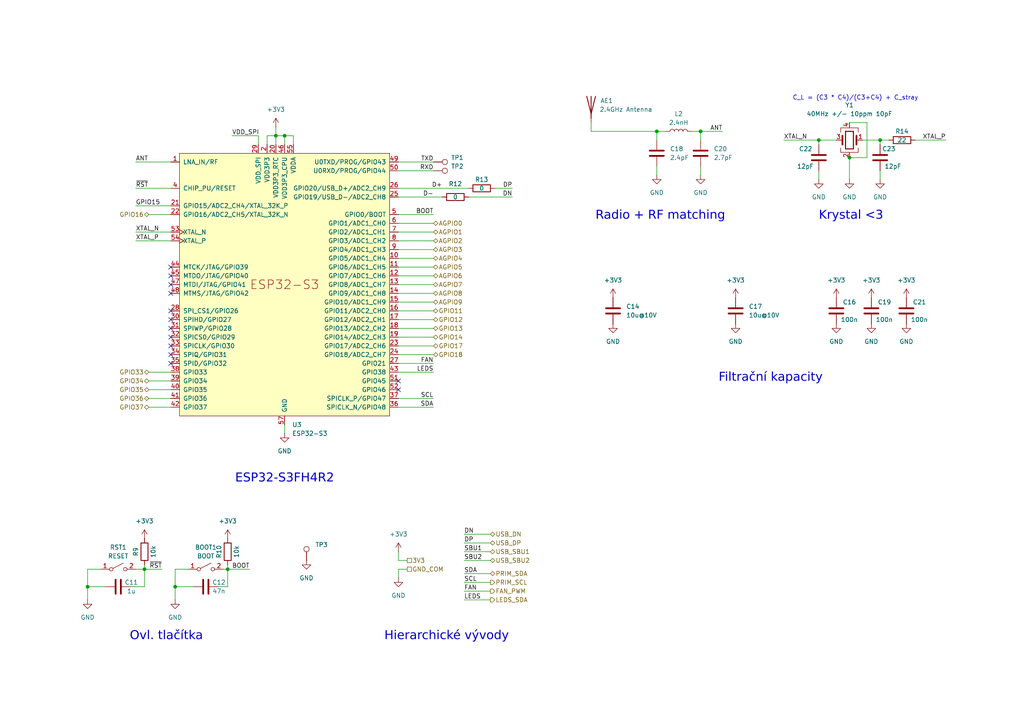
<source format=kicad_sch>
(kicad_sch (version 20250114) (generator "eeschema") (generator_version "9.0")
  (paper "A4")
  (title_block (title "PocKETlab") (date "2025-05-03") (rev "1.0.3") (company "TeaTech & KET FEL ZČU") (comment 1 "Licence: MIT") (comment 2 "Zapojení MCU a podpůrných obvodů") (comment 4 "Vyhotovil: Jiří Švihla"))
  (lib_symbols
    (symbol "Connector:TestPoint" (pin_numbers (hide yes)) (pin_names (offset 0.762) (hide yes))
      (property "Reference" "TP" (at 0 6.858 0))
      (property "Value" "TestPoint" (at 0 5.08 0))
      (symbol "TestPoint_0_1"
        (circle (center 0 3.302) (radius 0.762))
      )
      (symbol "TestPoint_1_1"
        (pin passive line (at 0 0 90) (length 2.54) (name "1") (number "1"))
      )
    )
    (symbol "Device:Antenna" (pin_numbers (hide yes)) (pin_names (offset 1.016) (hide yes))
      (property "Reference" "AE" (at -1.905 1.905 0))
      (property "Value" "Antenna" (at -1.905 0 0))
      (symbol "Antenna_0_1"
        (polyline (pts (xy 0 2.54) (xy 0 -3.81)) (stroke (width 0.254)))
        (polyline (pts (xy 1.27 2.54) (xy 0 -2.54) (xy -1.27 2.54)) (stroke (width 0.254)))
      )
      (symbol "Antenna_1_1"
        (pin input line (at 0 -5.08 90) (length 2.54) (name "A") (number "1"))
      )
    )
    (symbol "Device:C" (pin_numbers (hide yes)) (pin_names (offset 0.254))
      (property "Reference" "C" (at 0.635 2.54 0))
      (property "Value" "C" (at 0.635 -2.54 0))
      (symbol "C_0_1"
        (polyline (pts (xy -2.032 0.762) (xy 2.032 0.762)) (stroke (width 0.508)))
        (polyline (pts (xy -2.032 -0.762) (xy 2.032 -0.762)) (stroke (width 0.508)))
      )
      (symbol "C_1_1"
        (pin passive line (at 0 3.81 270) (length 2.794) (name "~") (number "1"))
        (pin passive line (at 0 -3.81 90) (length 2.794) (name "~") (number "2"))
      )
    )
    (symbol "Device:Crystal_GND24" (pin_names (offset 1.016) (hide yes))
      (property "Reference" "Y" (at 3.175 5.08 0))
      (property "Value" "Crystal_GND24" (at 3.175 3.175 0))
      (symbol "Crystal_GND24_0_1"
        (polyline (pts (xy -2.54 2.286) (xy -2.54 3.556) (xy 2.54 3.556) (xy 2.54 2.286)))
        (polyline (pts (xy -2.54 0) (xy -2.032 0)))
        (polyline (pts (xy -2.54 -2.286) (xy -2.54 -3.556) (xy 2.54 -3.556) (xy 2.54 -2.286)))
        (polyline (pts (xy -2.032 -1.27) (xy -2.032 1.27)) (stroke (width 0.508)))
        (rectangle (start -1.143 2.54) (end 1.143 -2.54) (stroke (width 0.3048)))
        (polyline (pts (xy 0 3.556) (xy 0 3.81)))
        (polyline (pts (xy 0 -3.81) (xy 0 -3.556)))
        (polyline (pts (xy 2.032 0) (xy 2.54 0)))
        (polyline (pts (xy 2.032 -1.27) (xy 2.032 1.27)) (stroke (width 0.508)))
      )
      (symbol "Crystal_GND24_1_1"
        (pin passive line (at -3.81 0 0) (length 1.27) (name "1") (number "1"))
        (pin passive line (at 0 5.08 270) (length 1.27) (name "2") (number "2"))
        (pin passive line (at 0 -5.08 90) (length 1.27) (name "4") (number "4"))
        (pin passive line (at 3.81 0 180) (length 1.27) (name "3") (number "3"))
      )
    )
    (symbol "Device:L" (pin_numbers (hide yes)) (pin_names (offset 1.016) (hide yes))
      (property "Reference" "L" (at -1.27 0 90))
      (property "Value" "L" (at 1.905 0 90))
      (symbol "L_0_1"
        (arc (start 0 2.54) (mid 0.6323 1.905) (end 0 1.27))
        (arc (start 0 1.27) (mid 0.6323 0.635) (end 0 0))
        (arc (start 0 0) (mid 0.6323 -0.635) (end 0 -1.27))
        (arc (start 0 -1.27) (mid 0.6323 -1.905) (end 0 -2.54))
      )
      (symbol "L_1_1"
        (pin passive line (at 0 3.81 270) (length 1.27) (name "1") (number "1"))
        (pin passive line (at 0 -3.81 90) (length 1.27) (name "2") (number "2"))
      )
    )
    (symbol "Device:R" (pin_numbers (hide yes)) (pin_names (offset 0))
      (property "Reference" "R" (at 2.032 0 90))
      (property "Value" "R" (at 0 0 90))
      (symbol "R_0_1"
        (rectangle (start -1.016 -2.54) (end 1.016 2.54) (stroke (width 0.254)))
      )
      (symbol "R_1_1"
        (pin passive line (at 0 3.81 270) (length 1.27) (name "~") (number "1"))
        (pin passive line (at 0 -3.81 90) (length 1.27) (name "~") (number "2"))
      )
    )
    (symbol "Espressif:ESP32-S3" (pin_names (offset 1.016))
      (property "Reference" "U" (at -30.48 43.18 0))
      (property "Value" "ESP32-S3" (at -30.48 40.64 0))
      (symbol "ESP32-S3_0_0"
        (text "ESP32-S3" (at 0 0 0) (effects (font (size 2.54 2.54))))
        (pin bidirectional line (at 33.02 -33.02 180) (length 2.54) (name "SPICLK_P/GPIO47") (number "37"))
        (pin bidirectional line (at 33.02 -35.56 180) (length 2.54) (name "SPICLK_N/GPIO48") (number "36"))
      )
      (symbol "ESP32-S3_0_1"
        (rectangle (start -30.48 38.1) (end 30.48 -38.1) (fill (type background)))
      )
      (symbol "ESP32-S3_1_1"
        (pin bidirectional line (at -33.02 35.56 0) (length 2.54) (name "LNA_IN/RF") (number "1"))
        (pin input line (at -33.02 27.94 0) (length 2.54) (name "CHIP_PU/RESET") (number "4"))
        (pin bidirectional line (at -33.02 22.86 0) (length 2.54) (name "GPIO15/ADC2_CH4/XTAL_32K_P") (number "21"))
        (pin bidirectional line (at -33.02 20.32 0) (length 2.54) (name "GPIO16/ADC2_CH5/XTAL_32K_N") (number "22"))
        (pin input clock (at -33.02 15.24 0) (length 2.54) (name "XTAL_N") (number "53"))
        (pin output clock (at -33.02 12.7 0) (length 2.54) (name "XTAL_P") (number "54"))
        (pin bidirectional line (at -33.02 5.08 0) (length 2.54) (name "MTCK/JTAG/GPIO39") (number "44"))
        (pin bidirectional line (at -33.02 2.54 0) (length 2.54) (name "MTDO/JTAG/GPIO40") (number "45"))
        (pin bidirectional line (at -33.02 0 0) (length 2.54) (name "MTDI/JTAG/GPIO41") (number "47"))
        (pin bidirectional line (at -33.02 -2.54 0) (length 2.54) (name "MTMS/JTAG/GPIO42") (number "48"))
        (pin bidirectional line (at -33.02 -7.62 0) (length 2.54) (name "SPI_CS1/GPIO26") (number "28"))
        (pin bidirectional line (at -33.02 -10.16 0) (length 2.54) (name "SPIHD/GPIO27") (number "30"))
        (pin bidirectional line (at -33.02 -12.7 0) (length 2.54) (name "SPIWP/GPIO28") (number "31"))
        (pin bidirectional line (at -33.02 -15.24 0) (length 2.54) (name "SPICS0/GPIO29") (number "32"))
        (pin bidirectional line (at -33.02 -17.78 0) (length 2.54) (name "SPICLK/GPIO30") (number "33"))
        (pin bidirectional line (at -33.02 -20.32 0) (length 2.54) (name "SPIQ/GPIO31") (number "34"))
        (pin bidirectional line (at -33.02 -22.86 0) (length 2.54) (name "SPID/GPIO32") (number "35"))
        (pin bidirectional line (at -33.02 -25.4 0) (length 2.54) (name "GPIO33") (number "38"))
        (pin bidirectional line (at -33.02 -27.94 0) (length 2.54) (name "GPIO34") (number "39"))
        (pin bidirectional line (at -33.02 -30.48 0) (length 2.54) (name "GPIO35") (number "40"))
        (pin bidirectional line (at -33.02 -33.02 0) (length 2.54) (name "GPIO36") (number "41"))
        (pin bidirectional line (at -33.02 -35.56 0) (length 2.54) (name "GPIO37") (number "42"))
        (pin power_out line (at -7.62 40.64 270) (length 2.54) (name "VDD_SPI") (number "29"))
        (pin power_in line (at -5.08 40.64 270) (length 2.54) (name "VDD3P3") (number "2"))
        (pin power_in line (at -5.08 40.64 270) (length 2.54) (hide yes) (name "VDD3P3") (number "3"))
        (pin power_in line (at -2.54 40.64 270) (length 2.54) (name "VDD3P3_RTC") (number "20"))
        (pin power_in line (at 0 40.64 270) (length 2.54) (name "VDD3P3_CPU") (number "46"))
        (pin power_in line (at 0 -40.64 90) (length 2.54) (name "GND") (number "57"))
        (pin power_in line (at 2.54 40.64 270) (length 2.54) (name "VDDA") (number "55"))
        (pin passive line (at 2.54 40.64 270) (length 2.54) (hide yes) (name "VDDA") (number "56"))
        (pin bidirectional line (at 33.02 35.56 180) (length 2.54) (name "U0TXD/PROG/GPIO43") (number "49"))
        (pin bidirectional line (at 33.02 33.02 180) (length 2.54) (name "U0RXD/PROG/GPIO44") (number "50"))
        (pin bidirectional line (at 33.02 27.94 180) (length 2.54) (name "GPIO20/USB_D+/ADC2_CH9") (number "26"))
        (pin bidirectional line (at 33.02 25.4 180) (length 2.54) (name "GPIO19/USB_D-/ADC2_CH8") (number "25"))
        (pin bidirectional line (at 33.02 20.32 180) (length 2.54) (name "GPIO0/BOOT") (number "5"))
        (pin bidirectional line (at 33.02 17.78 180) (length 2.54) (name "GPIO1/ADC1_CH0") (number "6"))
        (pin bidirectional line (at 33.02 15.24 180) (length 2.54) (name "GPIO2/ADC1_CH1") (number "7"))
        (pin bidirectional line (at 33.02 12.7 180) (length 2.54) (name "GPIO3/ADC1_CH2") (number "8"))
        (pin bidirectional line (at 33.02 10.16 180) (length 2.54) (name "GPIO4/ADC1_CH3") (number "9"))
        (pin bidirectional line (at 33.02 7.62 180) (length 2.54) (name "GPIO5/ADC1_CH4") (number "10"))
        (pin bidirectional line (at 33.02 5.08 180) (length 2.54) (name "GPIO6/ADC1_CH5") (number "11"))
        (pin bidirectional line (at 33.02 2.54 180) (length 2.54) (name "GPIO7/ADC1_CH6") (number "12"))
        (pin bidirectional line (at 33.02 0 180) (length 2.54) (name "GPIO8/ADC1_CH7") (number "13"))
        (pin bidirectional line (at 33.02 -2.54 180) (length 2.54) (name "GPIO9/ADC1_CH8") (number "14"))
        (pin bidirectional line (at 33.02 -5.08 180) (length 2.54) (name "GPIO10/ADC1_CH9") (number "15"))
        (pin bidirectional line (at 33.02 -7.62 180) (length 2.54) (name "GPIO11/ADC2_CH0") (number "16"))
        (pin bidirectional line (at 33.02 -10.16 180) (length 2.54) (name "GPIO12/ADC2_CH1") (number "17"))
        (pin bidirectional line (at 33.02 -12.7 180) (length 2.54) (name "GPIO13/ADC2_CH2") (number "18"))
        (pin bidirectional line (at 33.02 -15.24 180) (length 2.54) (name "GPIO14/ADC2_CH3") (number "19"))
        (pin bidirectional line (at 33.02 -17.78 180) (length 2.54) (name "GPIO17/ADC2_CH6") (number "23"))
        (pin bidirectional line (at 33.02 -20.32 180) (length 2.54) (name "GPIO18/ADC2_CH7") (number "24"))
        (pin bidirectional line (at 33.02 -22.86 180) (length 2.54) (name "GPIO21") (number "27"))
        (pin bidirectional line (at 33.02 -25.4 180) (length 2.54) (name "GPIO38") (number "43"))
        (pin bidirectional line (at 33.02 -27.94 180) (length 2.54) (name "GPIO45") (number "51"))
        (pin bidirectional line (at 33.02 -30.48 180) (length 2.54) (name "GPIO46") (number "52"))
      )
    )
    (symbol "Switch:SW_SPST" (pin_names (offset 0) (hide yes))
      (property "Reference" "SW" (at 0 3.175 0))
      (property "Value" "SW_SPST" (at 0 -2.54 0))
      (symbol "SW_SPST_0_0"
        (circle (center -2.032 0) (radius 0.508))
        (polyline (pts (xy -1.524 0.254) (xy 1.524 1.778)))
        (circle (center 2.032 0) (radius 0.508))
      )
      (symbol "SW_SPST_1_1"
        (pin passive line (at -5.08 0 0) (length 2.54) (name "A") (number "1"))
        (pin passive line (at 5.08 0 180) (length 2.54) (name "B") (number "2"))
      )
    )
    (symbol "power:+3V3" (power) (pin_numbers (hide yes)) (pin_names (offset 0) (hide yes))
      (property "Value" "+3V3" (at 0 3.556 0))
      (symbol "+3V3_0_1"
        (polyline (pts (xy -0.762 1.27) (xy 0 2.54)))
        (polyline (pts (xy 0 2.54) (xy 0.762 1.27)))
        (polyline (pts (xy 0 0) (xy 0 2.54)))
      )
      (symbol "+3V3_1_1"
        (pin power_in line (at 0 0 90) (length 0) (name "~") (number "1"))
      )
    )
    (symbol "power:GND" (power) (pin_numbers (hide yes)) (pin_names (offset 0) (hide yes))
      (property "Value" "GND" (at 0 -3.81 0))
      (symbol "GND_0_1"
        (polyline (pts (xy 0 0) (xy 0 -1.27) (xy 1.27 -1.27) (xy 0 -2.54) (xy -1.27 -1.27) (xy 0 -1.27)))
      )
      (symbol "GND_1_1"
        (pin power_in line (at 0 0 270) (length 0) (name "~") (number "1"))
      )
    )
  )
  (text "ESP32-S3FH4R2" (at 82.55 140.97 0) (effects (font (size 2.54 2.54)) (justify bottom)))
  (text "Ovl. tlačítka" (at 48.26 186.69 0) (effects (font (size 2.54 2.54)) (justify bottom)))
  (text "Krystal <3" (at 237.49 64.77 0) (effects (font (size 2.54 2.54)) (justify left bottom)))
  (text "Hierarchické vývody" (at 129.54 186.69 0) (effects (font (size 2.54 2.54)) (justify bottom)))
  (text "Filtrační kapacity" (at 223.52 111.76 0) (effects (font (size 2.54 2.54)) (justify bottom)))
  (text "Radio + RF matching" (at 172.72 64.77 0) (effects (font (size 2.54 2.54)) (justify left bottom)))
  (text "C_L = (C3 * C4)/(C3+C4) + C_stray" (at 229.87 29.21 0) (effects (font (size 1.27 1.27)) (justify left bottom)))
  (junction (at 237.49 40.64))
  (junction (at 246.38 45.72))
  (junction (at 203.2 38.1))
  (junction (at 82.55 39.37))
  (junction (at 50.8 170.18))
  (junction (at 255.27 40.64))
  (junction (at 41.91 165.1))
  (junction (at 66.04 165.1))
  (junction (at 80.01 39.37))
  (junction (at 25.4 170.18))
  (junction (at 190.5 38.1))
  (no_connect (at 49.53 90.17))
  (no_connect (at 49.53 77.47))
  (no_connect (at 49.53 95.25))
  (no_connect (at 49.53 100.33))
  (no_connect (at 49.53 105.41))
  (no_connect (at 49.53 97.79))
  (no_connect (at 49.53 85.09))
  (no_connect (at 49.53 82.55))
  (no_connect (at 49.53 80.01))
  (no_connect (at 115.57 113.03))
  (no_connect (at 115.57 110.49))
  (no_connect (at 49.53 92.71))
  (no_connect (at 49.53 102.87))
  (wire (pts (xy 134.62 160.02) (xy 142.24 160.02)))
  (wire (pts (xy 115.57 165.1) (xy 118.11 165.1)))
  (wire (pts (xy 115.57 87.63) (xy 125.73 87.63)))
  (wire (pts (xy 39.37 46.99) (xy 49.53 46.99)))
  (wire (pts (xy 25.4 165.1) (xy 25.4 170.18)))
  (wire (pts (xy 115.57 85.09) (xy 125.73 85.09)))
  (wire (pts (xy 115.57 74.93) (xy 125.73 74.93)))
  (wire (pts (xy 66.04 170.18) (xy 66.04 165.1)))
  (wire (pts (xy 115.57 67.31) (xy 125.73 67.31)))
  (wire (pts (xy 50.8 165.1) (xy 50.8 170.18)))
  (wire (pts (xy 43.18 62.23) (xy 49.53 62.23)))
  (wire (pts (xy 115.57 160.02) (xy 115.57 162.56)))
  (wire (pts (xy 115.57 118.11) (xy 125.73 118.11)))
  (wire (pts (xy 39.37 67.31) (xy 49.53 67.31)))
  (wire (pts (xy 25.4 170.18) (xy 30.48 170.18)))
  (wire (pts (xy 190.5 38.1) (xy 193.04 38.1)))
  (wire (pts (xy 64.77 165.1) (xy 66.04 165.1)))
  (wire (pts (xy 265.43 40.64) (xy 274.32 40.64)))
  (wire (pts (xy 66.04 165.1) (xy 72.39 165.1)))
  (wire (pts (xy 255.27 40.64) (xy 257.81 40.64)))
  (wire (pts (xy 134.62 154.94) (xy 142.24 154.94)))
  (wire (pts (xy 39.37 165.1) (xy 41.91 165.1)))
  (wire (pts (xy 50.8 170.18) (xy 55.88 170.18)))
  (wire (pts (xy 115.57 105.41) (xy 125.73 105.41)))
  (wire (pts (xy 50.8 170.18) (xy 50.8 173.99)))
  (wire (pts (xy 246.38 35.56) (xy 251.46 35.56)))
  (wire (pts (xy 171.45 38.1) (xy 190.5 38.1)))
  (wire (pts (xy 39.37 69.85) (xy 49.53 69.85)))
  (wire (pts (xy 190.5 48.26) (xy 190.5 50.8)))
  (wire (pts (xy 67.31 39.37) (xy 74.93 39.37)))
  (wire (pts (xy 25.4 170.18) (xy 25.4 173.99)))
  (wire (pts (xy 39.37 54.61) (xy 49.53 54.61)))
  (wire (pts (xy 134.62 173.99) (xy 142.24 173.99)))
  (wire (pts (xy 115.57 115.57) (xy 125.73 115.57)))
  (wire (pts (xy 115.57 102.87) (xy 125.73 102.87)))
  (wire (pts (xy 237.49 40.64) (xy 242.57 40.64)))
  (wire (pts (xy 115.57 62.23) (xy 125.73 62.23)))
  (wire (pts (xy 135.89 57.15) (xy 148.59 57.15)))
  (wire (pts (xy 77.47 39.37) (xy 77.47 41.91)))
  (wire (pts (xy 82.55 123.19) (xy 82.55 125.73)))
  (wire (pts (xy 134.62 157.48) (xy 142.24 157.48)))
  (wire (pts (xy 200.66 38.1) (xy 203.2 38.1)))
  (wire (pts (xy 115.57 82.55) (xy 125.73 82.55)))
  (wire (pts (xy 143.51 54.61) (xy 148.59 54.61)))
  (wire (pts (xy 115.57 64.77) (xy 125.73 64.77)))
  (wire (pts (xy 115.57 95.25) (xy 125.73 95.25)))
  (wire (pts (xy 203.2 38.1) (xy 203.2 40.64)))
  (wire (pts (xy 80.01 39.37) (xy 77.47 39.37)))
  (wire (pts (xy 41.91 165.1) (xy 41.91 170.18)))
  (wire (pts (xy 63.5 170.18) (xy 66.04 170.18)))
  (wire (pts (xy 115.57 107.95) (xy 125.73 107.95)))
  (wire (pts (xy 115.57 90.17) (xy 125.73 90.17)))
  (wire (pts (xy 43.18 113.03) (xy 49.53 113.03)))
  (wire (pts (xy 115.57 46.99) (xy 125.73 46.99)))
  (wire (pts (xy 85.09 41.91) (xy 85.09 39.37)))
  (wire (pts (xy 74.93 41.91) (xy 74.93 39.37)))
  (wire (pts (xy 203.2 38.1) (xy 209.55 38.1)))
  (wire (pts (xy 203.2 48.26) (xy 203.2 50.8)))
  (wire (pts (xy 227.33 40.64) (xy 237.49 40.64)))
  (wire (pts (xy 29.21 165.1) (xy 25.4 165.1)))
  (wire (pts (xy 237.49 40.64) (xy 237.49 41.91)))
  (wire (pts (xy 115.57 162.56) (xy 118.11 162.56)))
  (wire (pts (xy 246.38 45.72) (xy 246.38 52.07)))
  (wire (pts (xy 82.55 39.37) (xy 82.55 41.91)))
  (wire (pts (xy 38.1 170.18) (xy 41.91 170.18)))
  (wire (pts (xy 43.18 115.57) (xy 49.53 115.57)))
  (wire (pts (xy 115.57 92.71) (xy 125.73 92.71)))
  (wire (pts (xy 54.61 165.1) (xy 50.8 165.1)))
  (wire (pts (xy 43.18 118.11) (xy 49.53 118.11)))
  (wire (pts (xy 115.57 57.15) (xy 128.27 57.15)))
  (wire (pts (xy 134.62 168.91) (xy 142.24 168.91)))
  (wire (pts (xy 41.91 163.83) (xy 41.91 165.1)))
  (wire (pts (xy 250.19 40.64) (xy 255.27 40.64)))
  (wire (pts (xy 66.04 163.83) (xy 66.04 165.1)))
  (wire (pts (xy 115.57 72.39) (xy 125.73 72.39)))
  (wire (pts (xy 80.01 41.91) (xy 80.01 39.37)))
  (wire (pts (xy 115.57 77.47) (xy 125.73 77.47)))
  (wire (pts (xy 85.09 39.37) (xy 82.55 39.37)))
  (wire (pts (xy 237.49 49.53) (xy 237.49 52.07)))
  (wire (pts (xy 171.45 38.1) (xy 171.45 35.56)))
  (wire (pts (xy 80.01 36.83) (xy 80.01 39.37)))
  (wire (pts (xy 115.57 54.61) (xy 135.89 54.61)))
  (wire (pts (xy 115.57 97.79) (xy 125.73 97.79)))
  (wire (pts (xy 251.46 45.72) (xy 246.38 45.72)))
  (wire (pts (xy 115.57 100.33) (xy 125.73 100.33)))
  (wire (pts (xy 39.37 59.69) (xy 49.53 59.69)))
  (wire (pts (xy 134.62 166.37) (xy 142.24 166.37)))
  (wire (pts (xy 115.57 80.01) (xy 125.73 80.01)))
  (wire (pts (xy 115.57 167.64) (xy 115.57 165.1)))
  (wire (pts (xy 251.46 35.56) (xy 251.46 45.72)))
  (wire (pts (xy 41.91 165.1) (xy 46.99 165.1)))
  (wire (pts (xy 190.5 40.64) (xy 190.5 38.1)))
  (wire (pts (xy 80.01 39.37) (xy 82.55 39.37)))
  (wire (pts (xy 115.57 69.85) (xy 125.73 69.85)))
  (wire (pts (xy 134.62 171.45) (xy 142.24 171.45)))
  (wire (pts (xy 115.57 49.53) (xy 125.73 49.53)))
  (wire (pts (xy 134.62 162.56) (xy 142.24 162.56)))
  (wire (pts (xy 255.27 49.53) (xy 255.27 52.07)))
  (wire (pts (xy 43.18 110.49) (xy 49.53 110.49)))
  (wire (pts (xy 43.18 107.95) (xy 49.53 107.95)))
  (wire (pts (xy 255.27 40.64) (xy 255.27 41.91)))
  (label "D+" (at 128.27 54.61 180))
  (label "SBU1" (at 134.62 160.02 0))
  (label "XTAL_P" (at 39.37 69.85 0))
  (label "XTAL_P" (at 274.32 40.64 180))
  (label "SDA" (at 125.73 118.11 180))
  (label "SCL" (at 125.73 115.57 180))
  (label "SDA" (at 134.62 166.37 0))
  (label "LEDS" (at 125.73 107.95 180))
  (label "FAN" (at 125.73 105.41 180))
  (label "DP" (at 134.62 157.48 0))
  (label "GPIO15" (at 39.37 59.69 0))
  (label "TXD" (at 125.73 46.99 180))
  (label "BOOT" (at 72.39 165.1 180))
  (label "~{RST}" (at 46.99 165.1 180))
  (label "FAN" (at 134.62 171.45 0))
  (label "SCL" (at 134.62 168.91 0))
  (label "DN" (at 148.59 57.15 180))
  (label "VDD_SPI" (at 67.31 39.37 0))
  (label "XTAL_N" (at 39.37 67.31 0))
  (label "RXD" (at 125.73 49.53 180))
  (label "ANT" (at 209.55 38.1 180))
  (label "D-" (at 125.73 57.15 180))
  (label "SBU2" (at 134.62 162.56 0))
  (label "DN" (at 134.62 154.94 0))
  (label "XTAL_N" (at 227.33 40.64 0))
  (label "ANT" (at 39.37 46.99 0))
  (label "BOOT" (at 125.73 62.23 180))
  (label "DP" (at 148.59 54.61 180))
  (label "LEDS" (at 134.62 173.99 0))
  (label "~{RST}" (at 39.37 54.61 0))
  (hierarchical_label "PRIM_SCL" (shape output) (at 142.24 168.91 0))
  (hierarchical_label "AGPIO7" (shape tri_state) (at 125.73 82.55 0))
  (hierarchical_label "GPIO35" (shape tri_state) (at 43.18 113.03 180))
  (hierarchical_label "AGPIO0" (shape tri_state) (at 125.73 64.77 0))
  (hierarchical_label "GPIO11" (shape tri_state) (at 125.73 90.17 0))
  (hierarchical_label "USB_SBU1" (shape bidirectional) (at 142.24 160.02 0))
  (hierarchical_label "AGPIO3" (shape tri_state) (at 125.73 72.39 0))
  (hierarchical_label "AGPIO6" (shape tri_state) (at 125.73 80.01 0))
  (hierarchical_label "USB_DN" (shape bidirectional) (at 142.24 154.94 0))
  (hierarchical_label "AGPIO9" (shape tri_state) (at 125.73 87.63 0))
  (hierarchical_label "3V3" (shape passive) (at 118.11 162.56 0))
  (hierarchical_label "AGPIO1" (shape tri_state) (at 125.73 67.31 0))
  (hierarchical_label "GPIO33" (shape tri_state) (at 43.18 107.95 180))
  (hierarchical_label "GPIO17" (shape tri_state) (at 125.73 100.33 0))
  (hierarchical_label "GPIO18" (shape tri_state) (at 125.73 102.87 0))
  (hierarchical_label "GPIO13" (shape tri_state) (at 125.73 95.25 0))
  (hierarchical_label "GPIO16" (shape tri_state) (at 43.18 62.23 180))
  (hierarchical_label "GPIO12" (shape tri_state) (at 125.73 92.71 0))
  (hierarchical_label "GPIO34" (shape tri_state) (at 43.18 110.49 180))
  (hierarchical_label "AGPIO5" (shape tri_state) (at 125.73 77.47 0))
  (hierarchical_label "GPIO37" (shape tri_state) (at 43.18 118.11 180))
  (hierarchical_label "GND_COM" (shape passive) (at 118.11 165.1 0))
  (hierarchical_label "LEDS_SDA" (shape output) (at 142.24 173.99 0))
  (hierarchical_label "AGPIO2" (shape tri_state) (at 125.73 69.85 0))
  (hierarchical_label "FAN_PWM" (shape output) (at 142.24 171.45 0))
  (hierarchical_label "AGPIO8" (shape tri_state) (at 125.73 85.09 0))
  (hierarchical_label "USB_SBU2" (shape bidirectional) (at 142.24 162.56 0))
  (hierarchical_label "GPIO36" (shape tri_state) (at 43.18 115.57 180))
  (hierarchical_label "PRIM_SDA" (shape bidirectional) (at 142.24 166.37 0))
  (hierarchical_label "AGPIO4" (shape tri_state) (at 125.73 74.93 0))
  (hierarchical_label "GPIO14" (shape tri_state) (at 125.73 97.79 0))
  (hierarchical_label "USB_DP" (shape bidirectional) (at 142.24 157.48 0))
  (symbol (lib_id "power:+3V3") (at 66.04 156.21 0) (unit 1)
    (property "Reference" "#PWR054" (effects (hide yes)))
    (property "Value" "+3V3" (at 66.04 151.13 0))
  )
  (symbol (lib_id "power:GND") (at 25.4 173.99 0) (unit 1)
    (property "Reference" "#PWR049" (effects (hide yes)))
    (property "Value" "GND" (at 25.4 179.07 0))
  )
  (symbol (lib_id "Switch:SW_SPST") (at 59.69 165.1 0) (unit 1)
    (property "Reference" "BOOT1" (at 59.69 158.75 0))
    (property "Value" "BOOT" (at 59.69 161.29 0))
    (property "Footprint" "Button_Switch_SMD:SW_Push_1P1T_NO_CK_KMR2" (effects (hide yes)))
    (property "Description" "Single Pole Single Throw (SPST) switch" (effects (hide yes)))
    (property "Type" "Extended" (effects (hide yes)))
    (property "LCSC Part" "C72443" (effects (hide yes)))
  )
  (symbol (lib_id "Device:C") (at 203.2 44.45 0) (unit 1)
    (property "Reference" "C20" (at 207.01 43.18 0) (effects (justify left)))
    (property "Value" "2.7pF" (at 207.01 45.72 0) (effects (justify left)))
    (property "Footprint" "Capacitor_SMD:C_0402_1005Metric" (effects (hide yes)))
    (property "LCSC Part" "C277484" (effects (hide yes)))
  )
  (symbol (lib_id "power:GND") (at 190.5 50.8 0) (unit 1)
    (property "Reference" "#PWR065" (effects (hide yes)))
    (property "Value" "GND" (at 190.5 55.88 0))
  )
  (symbol (lib_id "Connector:TestPoint") (at 125.73 49.53 270) (unit 1)
    (property "Reference" "TP2" (at 130.81 48.2599 90) (effects (justify left)))
    (property "Value" "TestPoint" (effects (hide yes)))
    (property "Footprint" "TestPoint:TestPoint_Pad_D1.5mm" (effects (hide yes)))
    (property "Description" "test point" (effects (hide yes)))
  )
  (symbol (lib_id "power:GND") (at 203.2 50.8 0) (unit 1)
    (property "Reference" "#PWR068" (effects (hide yes)))
    (property "Value" "GND" (at 203.2 55.88 0))
  )
  (symbol (lib_id "Device:Antenna") (at 171.45 30.48 0) (mirror y) (unit 1)
    (property "Reference" "AE1" (at 177.8 29.21 0) (effects (justify left)))
    (property "Value" "2.4GHz Antenna" (at 189.23 31.75 0) (effects (justify left)))
    (property "Footprint" "RF_Antenna:Johanson_2450AT18x100" (effects (hide yes)))
    (property "Datasheet" "https://datasheet.lcsc.com/lcsc/1810010413_Johanson-Dielectrics-2450AT18A100E_C89334.pdf" (effects (hide yes)))
    (property "LCSC Part" "C89334" (effects (hide yes)))
  )
  (symbol (lib_id "Device:C") (at 59.69 170.18 270) (unit 1)
    (property "Reference" "C12" (at 63.5 168.91 90))
    (property "Value" "47n" (at 63.5 171.45 90))
    (property "Footprint" "Capacitor_SMD:C_0603_1608Metric" (effects (hide yes)))
    (property "Type" "Basic" (effects (hide yes)))
    (property "LCSC Part" "C1622" (effects (hide yes)))
  )
  (symbol (lib_id "power:GND") (at 237.49 52.07 0) (unit 1)
    (property "Reference" "#PWR071" (effects (hide yes)))
    (property "Value" "GND" (at 237.49 57.15 0))
  )
  (symbol (lib_id "power:GND") (at 50.8 173.99 0) (unit 1)
    (property "Reference" "#PWR051" (effects (hide yes)))
    (property "Value" "GND" (at 50.8 179.07 0))
  )
  (symbol (lib_id "Device:R") (at 41.91 160.02 180) (unit 1)
    (property "Reference" "R9" (at 39.37 160.02 90))
    (property "Value" "10k" (at 44.45 160.02 90))
    (property "Footprint" "Resistor_SMD:R_0603_1608Metric" (effects (hide yes)))
    (property "Type" "Basic" (effects (hide yes)))
    (property "LCSC Part" "C25804" (effects (hide yes)))
  )
  (symbol (lib_id "Device:C") (at 242.57 90.17 0) (unit 1)
    (property "Reference" "C16" (at 246.38 87.63 0))
    (property "Value" "100n" (at 243.84 92.71 0) (effects (justify left)))
    (property "Footprint" "Capacitor_SMD:C_0603_1608Metric" (effects (hide yes)))
    (property "Description" "Unpolarized capacitor" (effects (hide yes)))
    (property "LCSC Part" "C14663" (effects (hide yes)))
  )
  (symbol (lib_id "power:+3V3") (at 262.89 86.36 0) (unit 1)
    (property "Reference" "#PWR069" (effects (hide yes)))
    (property "Value" "+3V3" (at 262.89 81.28 0))
    (property "Description" "Power symbol creates a global label with name \"+3V3\"" (effects (hide yes)))
  )
  (symbol (lib_id "Device:C") (at 255.27 45.72 0) (unit 1)
    (property "Reference" "C23" (at 257.81 43.18 0))
    (property "Value" "12pF" (at 256.54 48.26 0) (effects (justify left)))
    (property "Footprint" "Capacitor_SMD:C_0402_1005Metric" (effects (hide yes)))
    (property "Datasheet" "https://datasheet.lcsc.com/lcsc/2304140030_FH--Guangdong-Fenghua-Advanced-Tech-0402CG120J500NT_C1547.pdf" (effects (hide yes)))
    (property "LCSC Part" "C1547" (effects (hide yes)))
  )
  (symbol (lib_id "Device:R") (at 261.62 40.64 90) (unit 1)
    (property "Reference" "R14" (at 261.62 38.1 90))
    (property "Value" "22" (at 261.62 40.64 90))
    (property "Footprint" "Resistor_SMD:R_0402_1005Metric" (effects (hide yes)))
    (property "Datasheet" "https://datasheet.lcsc.com/lcsc/2205311900_UNI-ROYAL-Uniroyal-Elec-0402WGF220JTCE_C25092.pdf" (effects (hide yes)))
    (property "LCSC Part" "C25092" (effects (hide yes)))
  )
  (symbol (lib_id "Device:C") (at 237.49 45.72 0) (unit 1)
    (property "Reference" "C22" (at 233.68 43.18 0))
    (property "Value" "12pF" (at 231.14 48.26 0) (effects (justify left)))
    (property "Footprint" "Capacitor_SMD:C_0402_1005Metric" (effects (hide yes)))
    (property "Datasheet" "https://datasheet.lcsc.com/lcsc/2304140030_FH--Guangdong-Fenghua-Advanced-Tech-0402CG120J500NT_C1547.pdf" (effects (hide yes)))
    (property "LCSC Part" "C1547" (effects (hide yes)))
  )
  (symbol (lib_id "power:+3V3") (at 242.57 86.36 0) (unit 1)
    (property "Reference" "#PWR061" (effects (hide yes)))
    (property "Value" "+3V3" (at 242.57 81.28 0))
    (property "Description" "Power symbol creates a global label with name \"+3V3\"" (effects (hide yes)))
  )
  (symbol (lib_id "power:+3V3") (at 252.73 86.36 0) (unit 1)
    (property "Reference" "#PWR066" (effects (hide yes)))
    (property "Value" "+3V3" (at 252.73 81.28 0))
    (property "Description" "Power symbol creates a global label with name \"+3V3\"" (effects (hide yes)))
  )
  (symbol (lib_id "Device:R") (at 132.08 57.15 90) (unit 1)
    (property "Reference" "R12" (at 132.08 53.34 90))
    (property "Value" "0" (at 132.08 57.15 90))
    (property "Footprint" "Resistor_SMD:R_0402_1005Metric" (effects (hide yes)))
    (property "Datasheet" "https://datasheet.lcsc.com/lcsc/2206010216_UNI-ROYAL-Uniroyal-Elec-0402WGF0000TCE_C17168.pdf" (effects (hide yes)))
    (property "Type" "Basic" (effects (hide yes)))
    (property "LCSC Part" "C17168" (effects (hide yes)))
  )
  (symbol (lib_id "Device:C") (at 213.36 90.17 0) (unit 1)
    (property "Reference" "C17" (at 217.17 88.8999 0) (effects (justify left)))
    (property "Value" "10u@10V" (at 217.17 91.4399 0) (effects (justify left)))
    (property "Footprint" "Capacitor_SMD:C_0603_1608Metric" (effects (hide yes)))
    (property "Description" "Unpolarized capacitor" (effects (hide yes)))
    (property "LCSC Part" "C96446" (effects (hide yes)))
  )
  (symbol (lib_id "Device:C") (at 262.89 90.17 0) (unit 1)
    (property "Reference" "C21" (at 266.7 87.63 0))
    (property "Value" "100n" (at 264.16 92.71 0) (effects (justify left)))
    (property "Footprint" "Capacitor_SMD:C_0603_1608Metric" (effects (hide yes)))
    (property "Description" "Unpolarized capacitor" (effects (hide yes)))
    (property "LCSC Part" "C14663" (effects (hide yes)))
  )
  (symbol (lib_id "power:GND") (at 213.36 93.98 0) (unit 1)
    (property "Reference" "#PWR064" (effects (hide yes)))
    (property "Value" "GND" (at 213.36 99.06 0))
    (property "Description" "Power symbol creates a global label with name \"GND\" , ground" (effects (hide yes)))
  )
  (symbol (lib_id "Connector:TestPoint") (at 88.9 162.56 0) (unit 1)
    (property "Reference" "TP3" (at 91.44 157.9879 0) (effects (justify left)))
    (property "Value" "TestPoint" (effects (hide yes)))
    (property "Footprint" "TestPoint:TestPoint_Pad_D1.5mm" (effects (hide yes)))
    (property "Description" "test point" (effects (hide yes)))
  )
  (symbol (lib_id "power:+3V3") (at 177.8 86.36 0) (unit 1)
    (property "Reference" "#PWR057" (effects (hide yes)))
    (property "Value" "+3V3" (at 177.8 81.28 0))
    (property "Description" "Power symbol creates a global label with name \"+3V3\"" (effects (hide yes)))
  )
  (symbol (lib_id "Device:R") (at 66.04 160.02 180) (unit 1)
    (property "Reference" "R10" (at 63.5 160.02 90))
    (property "Value" "10k" (at 68.58 160.02 90))
    (property "Footprint" "Resistor_SMD:R_0603_1608Metric" (effects (hide yes)))
    (property "Type" "Basic" (effects (hide yes)))
    (property "LCSC Part" "C25804" (effects (hide yes)))
  )
  (symbol (lib_id "power:GND") (at 88.9 162.56 0) (unit 1)
    (property "Reference" "#PWR0147" (effects (hide yes)))
    (property "Value" "GND" (at 88.9 167.64 0))
    (property "Description" "Power symbol creates a global label with name \"GND\" , ground" (effects (hide yes)))
  )
  (symbol (lib_id "Device:Crystal_GND24") (at 246.38 40.64 180) (unit 1)
    (property "Reference" "Y1" (at 246.38 30.48 0))
    (property "Value" "40MHz +/- 10ppm 10pF" (at 246.38 33.02 0))
    (property "Footprint" "Crystal:Crystal_SMD_2016-4Pin_2.0x1.6mm" (effects (hide yes)))
    (property "Datasheet" "https://datasheet.lcsc.com/lcsc/2212201409_Seiko-Epson-Q22FA12800101_C255898.pdf" (effects (hide yes)))
    (property "LCSC Part" "C255898" (effects (hide yes)))
  )
  (symbol (lib_id "power:+3V3") (at 80.01 36.83 0) (unit 1)
    (property "Reference" "#PWR052" (effects (hide yes)))
    (property "Value" "+3V3" (at 80.01 31.75 0))
  )
  (symbol (lib_id "Espressif:ESP32-S3") (at 82.55 82.55 0) (unit 1)
    (property "Reference" "U3" (at 84.7441 123.19 0) (effects (justify left)))
    (property "Value" "ESP32-S3" (at 84.7441 125.73 0) (effects (justify left)))
    (property "Footprint" "Package_DFN_QFN:QFN-56-1EP_7x7mm_P0.4mm_EP5.6x5.6mm" (effects (hide yes)))
    (property "Datasheet" "https://www.espressif.com/sites/default/files/documentation/esp32-s3_datasheet_en.pdf" (effects (hide yes)))
    (property "LCSC Part" "C3013940" (effects (hide yes)))
  )
  (symbol (lib_id "power:GND") (at 262.89 93.98 0) (unit 1)
    (property "Reference" "#PWR070" (effects (hide yes)))
    (property "Value" "GND" (at 262.89 99.06 0))
    (property "Description" "Power symbol creates a global label with name \"GND\" , ground" (effects (hide yes)))
  )
  (symbol (lib_id "Switch:SW_SPST") (at 34.29 165.1 0) (unit 1)
    (property "Reference" "RST1" (at 34.29 158.75 0))
    (property "Value" "RESET" (at 34.29 161.29 0))
    (property "Footprint" "Button_Switch_SMD:SW_Push_1P1T_NO_CK_KMR2" (effects (hide yes)))
    (property "Type" "Extended" (effects (hide yes)))
    (property "LCSC Part" "C72443" (effects (hide yes)))
  )
  (symbol (lib_id "power:+3V3") (at 213.36 86.36 0) (unit 1)
    (property "Reference" "#PWR063" (effects (hide yes)))
    (property "Value" "+3V3" (at 213.36 81.28 0))
    (property "Description" "Power symbol creates a global label with name \"+3V3\"" (effects (hide yes)))
  )
  (symbol (lib_id "Device:L") (at 196.85 38.1 90) (unit 1)
    (property "Reference" "L2" (at 196.85 33.02 90))
    (property "Value" "2.4nH" (at 196.85 35.56 90))
    (property "Footprint" "Inductor_SMD:L_0402_1005Metric" (effects (hide yes)))
    (property "LCSC Part" "C97997" (effects (hide yes)))
  )
  (symbol (lib_id "power:GND") (at 242.57 93.98 0) (unit 1)
    (property "Reference" "#PWR062" (effects (hide yes)))
    (property "Value" "GND" (at 242.57 99.06 0))
    (property "Description" "Power symbol creates a global label with name \"GND\" , ground" (effects (hide yes)))
  )
  (symbol (lib_id "Device:C") (at 252.73 90.17 0) (unit 1)
    (property "Reference" "C19" (at 256.54 87.63 0))
    (property "Value" "100n" (at 254 92.71 0) (effects (justify left)))
    (property "Footprint" "Capacitor_SMD:C_0603_1608Metric" (effects (hide yes)))
    (property "Description" "Unpolarized capacitor" (effects (hide yes)))
    (property "LCSC Part" "C14663" (effects (hide yes)))
  )
  (symbol (lib_id "Device:C") (at 190.5 44.45 0) (unit 1)
    (property "Reference" "C18" (at 194.31 43.18 0) (effects (justify left)))
    (property "Value" "2.4pF" (at 194.31 45.72 0) (effects (justify left)))
    (property "Footprint" "Capacitor_SMD:C_0402_1005Metric" (effects (hide yes)))
    (property "LCSC Part" "C260623" (effects (hide yes)))
  )
  (symbol (lib_id "power:GND") (at 246.38 52.07 0) (unit 1)
    (property "Reference" "#PWR074" (effects (hide yes)))
    (property "Value" "GND" (at 246.38 57.15 0))
  )
  (symbol (lib_id "Device:R") (at 139.7 54.61 90) (unit 1)
    (property "Reference" "R13" (at 139.7 52.07 90))
    (property "Value" "0" (at 139.7 54.61 90))
    (property "Footprint" "Resistor_SMD:R_0402_1005Metric" (effects (hide yes)))
    (property "Datasheet" "https://datasheet.lcsc.com/lcsc/2206010216_UNI-ROYAL-Uniroyal-Elec-0402WGF0000TCE_C17168.pdf" (effects (hide yes)))
    (property "Type" "Basic" (effects (hide yes)))
    (property "LCSC Part" "C17168" (effects (hide yes)))
  )
  (symbol (lib_id "power:GND") (at 252.73 93.98 0) (unit 1)
    (property "Reference" "#PWR067" (effects (hide yes)))
    (property "Value" "GND" (at 252.73 99.06 0))
    (property "Description" "Power symbol creates a global label with name \"GND\" , ground" (effects (hide yes)))
  )
  (symbol (lib_id "Connector:TestPoint") (at 125.73 46.99 270) (unit 1)
    (property "Reference" "TP1" (at 130.81 45.7199 90) (effects (justify left)))
    (property "Value" "TestPoint" (effects (hide yes)))
    (property "Footprint" "TestPoint:TestPoint_Pad_D1.5mm" (effects (hide yes)))
    (property "Description" "test point" (effects (hide yes)))
  )
  (symbol (lib_id "power:GND") (at 177.8 93.98 0) (unit 1)
    (property "Reference" "#PWR058" (effects (hide yes)))
    (property "Value" "GND" (at 177.8 99.06 0))
    (property "Description" "Power symbol creates a global label with name \"GND\" , ground" (effects (hide yes)))
  )
  (symbol (lib_id "Device:C") (at 177.8 90.17 0) (unit 1)
    (property "Reference" "C14" (at 181.61 88.8999 0) (effects (justify left)))
    (property "Value" "10u@10V" (at 181.61 91.4399 0) (effects (justify left)))
    (property "Footprint" "Capacitor_SMD:C_0603_1608Metric" (effects (hide yes)))
    (property "Description" "Unpolarized capacitor" (effects (hide yes)))
    (property "LCSC Part" "C96446" (effects (hide yes)))
  )
  (symbol (lib_id "power:GND") (at 115.57 167.64 0) (unit 1)
    (property "Reference" "#PWR073" (effects (hide yes)))
    (property "Value" "GND" (at 115.57 172.72 0))
    (property "Description" "Power symbol creates a global label with name \"GND\" , ground" (effects (hide yes)))
  )
  (symbol (lib_id "power:+3V3") (at 115.57 160.02 0) (unit 1)
    (property "Reference" "#PWR072" (effects (hide yes)))
    (property "Value" "+3V3" (at 115.57 154.94 0))
    (property "Description" "Power symbol creates a global label with name \"+3V3\"" (effects (hide yes)))
  )
  (symbol (lib_id "power:+3V3") (at 41.91 156.21 0) (unit 1)
    (property "Reference" "#PWR050" (effects (hide yes)))
    (property "Value" "+3V3" (at 41.91 151.13 0))
  )
  (symbol (lib_id "power:GND") (at 255.27 52.07 0) (unit 1)
    (property "Reference" "#PWR075" (effects (hide yes)))
    (property "Value" "GND" (at 255.27 57.15 0))
  )
  (symbol (lib_id "power:GND") (at 82.55 125.73 0) (unit 1)
    (property "Reference" "#PWR053" (effects (hide yes)))
    (property "Value" "GND" (at 82.55 130.81 0))
  )
  (symbol (lib_id "Device:C") (at 34.29 170.18 270) (unit 1)
    (property "Reference" "C11" (at 38.1 168.91 90))
    (property "Value" "1u" (at 38.1 171.45 90))
    (property "Footprint" "Capacitor_SMD:C_0603_1608Metric" (effects (hide yes)))
    (property "Type" "Basic" (effects (hide yes)))
    (property "LCSC Part" "C15849" (effects (hide yes)))
  )
)
</source>
